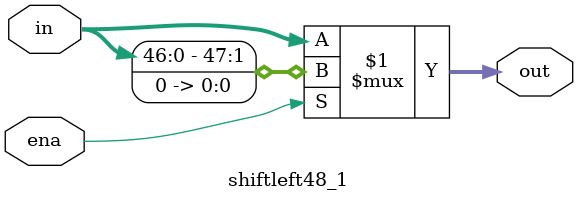
<source format=sv>

module shiftleft48(in, nshiftleft, out);

input	[47:0]	in;
input	[5:0]	nshiftleft;
output	[47:0]	out;

logic 	[47:0]	temp1, temp2, temp3, temp4, temp5;

shiftleft48_32 shift_1(.in(in), .ena(nshiftleft[5]), .out(temp1));
shiftleft48_16 shift_2(.in(temp1), .ena(nshiftleft[4]), .out(temp2));
shiftleft48_8  shift_3(.in(temp2), .ena(nshiftleft[3]), .out(temp3));
shiftleft48_4  shift_4(.in(temp3), .ena(nshiftleft[2]), .out(temp4));
shiftleft48_2  shift_5(.in(temp4), .ena(nshiftleft[1]), .out(temp5));
shiftleft48_1  shift_6(.in(temp5), .ena(nshiftleft[0]), .out(out));

endmodule

//////////////////////////////////////////////////////////////////////
module	shiftleft48_32(in, ena, out);

input	[47:0]	in;
input			ena;
output	[47:0]	out;

assign out = ena?{in[15:0],32'b0}:in;
endmodule

//////////////////////////////////////////////////////////////////////
module	shiftleft48_16(in, ena, out);

input	[47:0]	in;
input			ena;
output	[47:0]	out;

assign out = ena?{in[31:0],16'b0}:in;

//////////////////////////////////////////////////////////////////////
endmodule

module	shiftleft48_8(in, ena, out);

input	[47:0]	in;
input			ena;
output	[47:0]	out;

assign out = ena?{in[39:0],8'b0}:in;
endmodule

/////////////////////////////////////////////////////////////////////

module	shiftleft48_4(in, ena, out);

input	[47:0]	in;
input			ena;
output	[47:0]	out;

assign out = ena?{in[43:0],4'b0}:in;
endmodule

/////////////////////////////////////////////////////////////////////

module	shiftleft48_2(in, ena, out);

input	[47:0]	in;
input			ena;
output	[47:0]	out;

assign out = ena?{in[45:0],2'b0}:in;
endmodule

/////////////////////////////////////////////////////////////////////

module	shiftleft48_1(in, ena, out);

input	[47:0]	in;
input			ena;
output	[47:0]	out;

assign out = ena?{in[46:0],1'b0}:in;
endmodule
</source>
